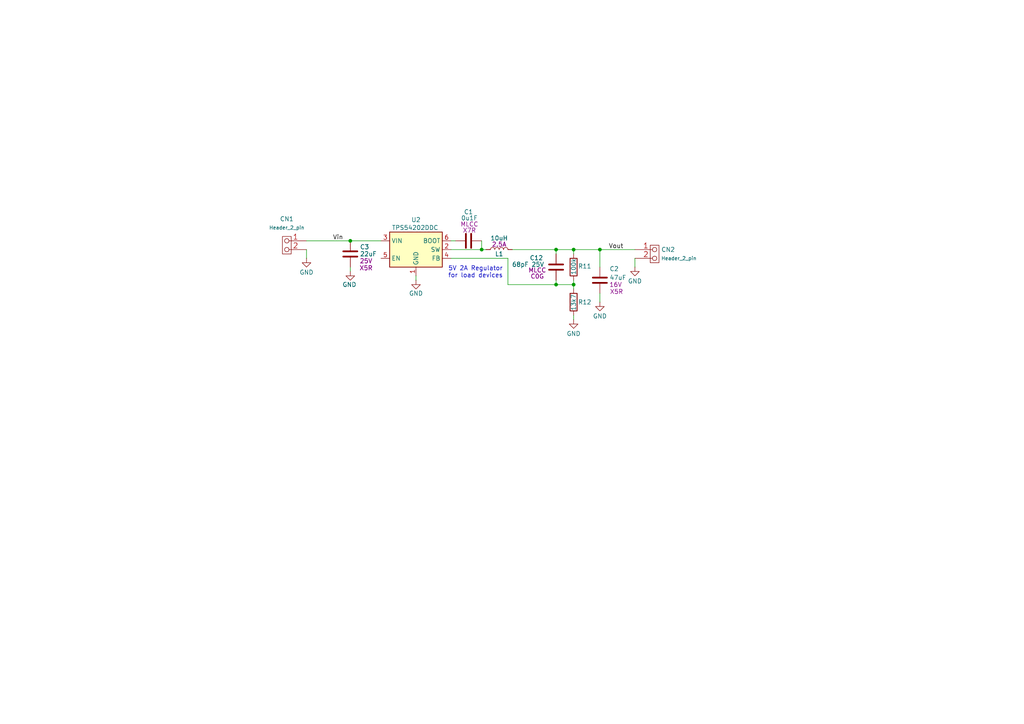
<source format=kicad_sch>
(kicad_sch (version 20250114) (generator "eeschema") (generator_version "9.0")
  (paper "A4")
  (lib_symbols
    (symbol "Device:C" (pin_numbers (hide yes)) (pin_names (offset 0.254))
      (property "Reference" "C" (at 0.635 2.54 0))
      (property "Value" "C" (at 0.635 -2.54 0))
      (symbol "C_0_1"
        (polyline (pts (xy -2.032 0.762) (xy 2.032 0.762)) (stroke (width 0.508)))
        (polyline (pts (xy -2.032 -0.762) (xy 2.032 -0.762)) (stroke (width 0.508)))
      )
      (symbol "C_1_1"
        (pin passive line (at 0 3.81 270) (length 2.794) (name "~") (number "1"))
        (pin passive line (at 0 -3.81 90) (length 2.794) (name "~") (number "2"))
      )
    )
    (symbol "Device:L" (pin_numbers (hide yes)) (pin_names (offset 1.016) (hide yes))
      (property "Reference" "L" (at -1.27 0 90))
      (property "Value" "L" (at 1.905 0 90))
      (symbol "L_0_1"
        (arc (start 0 2.54) (mid 0.6323 1.905) (end 0 1.27))
        (arc (start 0 1.27) (mid 0.6323 0.635) (end 0 0))
        (arc (start 0 0) (mid 0.6323 -0.635) (end 0 -1.27))
        (arc (start 0 -1.27) (mid 0.6323 -1.905) (end 0 -2.54))
      )
      (symbol "L_1_1"
        (pin passive line (at 0 3.81 270) (length 1.27) (name "1") (number "1"))
        (pin passive line (at 0 -3.81 90) (length 1.27) (name "2") (number "2"))
      )
    )
    (symbol "Device:R" (pin_numbers (hide yes)) (pin_names (offset 0))
      (property "Reference" "R" (at 2.032 0 90))
      (property "Value" "R" (at 0 0 90))
      (symbol "R_0_1"
        (rectangle (start -1.016 -2.54) (end 1.016 2.54) (stroke (width 0.254)))
      )
      (symbol "R_1_1"
        (pin passive line (at 0 3.81 270) (length 1.27) (name "~") (number "1"))
        (pin passive line (at 0 -3.81 90) (length 1.27) (name "~") (number "2"))
      )
    )
    (symbol "Regulator_Switching:TPS54202DDC"
      (property "Reference" "U" (at -7.62 6.35 0))
      (property "Value" "TPS54202DDC" (at 0 6.35 0))
      (symbol "TPS54202DDC_0_1"
        (rectangle (start -7.62 5.08) (end 7.62 -5.08) (stroke (width 0.254)) (fill (type background)))
      )
      (symbol "TPS54202DDC_1_1"
        (pin power_in line (at -10.16 2.54 0) (length 2.54) (name "VIN") (number "3"))
        (pin input line (at -10.16 -2.54 0) (length 2.54) (name "EN") (number "5"))
        (pin power_in line (at 0 -7.62 90) (length 2.54) (name "GND") (number "1"))
        (pin passive line (at 10.16 2.54 180) (length 2.54) (name "BOOT") (number "6"))
        (pin power_out line (at 10.16 0 180) (length 2.54) (name "SW") (number "2"))
        (pin input line (at 10.16 -2.54 180) (length 2.54) (name "FB") (number "4"))
      )
    )
    (symbol "TPS54202SwitchingPSU:Header_2_pin" (pin_names (offset 1.016) (hide yes))
      (property "Reference" "K" (at -1.27 0 90))
      (property "Value" "Header_2_pin" (at 1.27 0 90))
      (symbol "Header_2_pin_0_1"
        (polyline (pts (xy -4.445 3.81) (xy -4.445 -1.27) (xy -1.905 -1.27) (xy -1.905 3.81) (xy -4.445 3.81)))
      )
      (symbol "Header_2_pin_1_1"
        (pin passive inverted (at -8.89 2.54 0) (length 6.35) (name "P1") (number "1"))
        (pin passive inverted (at -8.89 0 0) (length 6.35) (name "PM") (number "2"))
      )
    )
    (symbol "power:GND" (power) (pin_numbers (hide yes)) (pin_names (offset 0) (hide yes))
      (property "Value" "GND" (at 0 -3.81 0))
      (symbol "GND_0_1"
        (polyline (pts (xy 0 0) (xy 0 -1.27) (xy 1.27 -1.27) (xy 0 -2.54) (xy -1.27 -1.27) (xy 0 -1.27)))
      )
      (symbol "GND_1_1"
        (pin power_in line (at 0 0 270) (length 0) (name "~") (number "1"))
      )
    )
  )
  (text "5V 2A Regulator\nfor load devices" (at 137.922 78.994 0) (effects (font (size 1.27 1.27))))
  (junction (at 161.29 82.55))
  (junction (at 173.99 72.39))
  (junction (at 161.29 72.39))
  (junction (at 101.6 69.85))
  (junction (at 166.37 82.55))
  (junction (at 166.37 72.39))
  (junction (at 139.7 72.39))
  (wire (pts (xy 161.29 81.28) (xy 161.29 82.55)))
  (wire (pts (xy 147.32 82.55) (xy 161.29 82.55)))
  (wire (pts (xy 166.37 72.39) (xy 161.29 72.39)))
  (wire (pts (xy 166.37 73.66) (xy 166.37 72.39)))
  (wire (pts (xy 166.37 82.55) (xy 166.37 81.28)))
  (wire (pts (xy 140.97 72.39) (xy 139.7 72.39)))
  (wire (pts (xy 120.65 80.01) (xy 120.65 81.28)))
  (wire (pts (xy 161.29 72.39) (xy 161.29 73.66)))
  (wire (pts (xy 161.29 82.55) (xy 166.37 82.55)))
  (wire (pts (xy 173.99 85.09) (xy 173.99 87.63)))
  (wire (pts (xy 147.32 74.93) (xy 130.81 74.93)))
  (wire (pts (xy 101.6 69.85) (xy 110.49 69.85)))
  (wire (pts (xy 139.7 69.85) (xy 139.7 72.39)))
  (wire (pts (xy 130.81 69.85) (xy 132.08 69.85)))
  (wire (pts (xy 147.32 82.55) (xy 147.32 74.93)))
  (wire (pts (xy 166.37 91.44) (xy 166.37 92.71)))
  (wire (pts (xy 88.9 69.85) (xy 101.6 69.85)))
  (wire (pts (xy 161.29 72.39) (xy 148.59 72.39)))
  (wire (pts (xy 166.37 82.55) (xy 166.37 83.82)))
  (wire (pts (xy 101.6 77.47) (xy 101.6 78.74)))
  (wire (pts (xy 173.99 72.39) (xy 173.99 77.47)))
  (wire (pts (xy 173.99 72.39) (xy 184.15 72.39)))
  (wire (pts (xy 166.37 72.39) (xy 173.99 72.39)))
  (wire (pts (xy 184.15 74.93) (xy 184.15 77.47)))
  (wire (pts (xy 130.81 72.39) (xy 139.7 72.39)))
  (wire (pts (xy 88.9 72.39) (xy 88.9 74.93)))
  (label "Vout" (at 176.53 72.39 0))
  (label "Vin" (at 96.52 69.85 0))
  (symbol (lib_id "power:GND") (at 173.99 87.63 0) (unit 1)
    (property "Reference" "#PWR037" (effects (hide yes)))
    (property "Value" "GND" (at 173.99 91.694 0))
    (property "Description" "Power symbol creates a global label with name \"GND\" , ground" (effects (hide yes)))
  )
  (symbol (lib_id "Regulator_Switching:TPS54202DDC") (at 120.65 72.39 0) (unit 1)
    (property "Reference" "U2" (at 120.65 63.754 0))
    (property "Value" "TPS54202DDC" (at 120.396 66.04 0))
    (property "Footprint" "Package_TO_SOT_SMD:SOT-23-6" (effects (hide yes)))
    (property "Datasheet" "http://www.ti.com/lit/ds/symlink/tps54202.pdf" (effects (hide yes)))
    (property "Description" "2A, 4.5 to 28V Input, EMI Friendly integrated switch synchronous step-down regulator, pulse-skipping, SOT-23-6" (effects (hide yes)))
  )
  (symbol (lib_id "Device:R") (at 166.37 77.47 0) (unit 1)
    (property "Reference" "R11" (at 167.64 77.216 0) (effects (justify left)))
    (property "Value" "100k" (at 166.37 79.756 90) (effects (justify left)))
    (property "Footprint" "Resistor_SMD:R_1206_3216Metric_Pad1.30x1.75mm_HandSolder" (effects (hide yes)))
    (property "Description" "Resistor" (effects (hide yes)))
    (property "Manuf" "YAGEO RC1206FR-07100KL" (effects (hide yes)))
    (property "LCSC" "C137393" (effects (hide yes)))
  )
  (symbol (lib_id "power:GND") (at 166.37 92.71 0) (unit 1)
    (property "Reference" "#PWR024" (effects (hide yes)))
    (property "Value" "GND" (at 166.37 96.774 0))
    (property "Description" "Power symbol creates a global label with name \"GND\" , ground" (effects (hide yes)))
  )
  (symbol (lib_id "TPS54202SwitchingPSU:Header_2_pin") (at 80.01 72.39 0) (mirror y) (unit 1)
    (property "Reference" "CN1" (at 83.185 63.5 0))
    (property "Value" "Header_2_pin" (at 83.185 66.04 0) (effects (font (size 1.016 1.016))))
    (property "Footprint" "Connector_PinHeader_2.54mm:PinHeader_1x02_P2.54mm_Vertical" (effects (hide yes)))
  )
  (symbol (lib_id "Device:C") (at 161.29 77.47 180) (unit 1)
    (property "Reference" "C12" (at 155.575 74.803 0))
    (property "Value" "68pF 25V" (at 153.162 76.708 0))
    (property "Footprint" "Capacitor_SMD:C_0201_0603Metric_Pad0.64x0.40mm_HandSolder" (effects (hide yes)))
    (property "Description" "Unpolarized capacitor" (effects (hide yes)))
    (property "Field5" "MLCC" (at 155.829 78.359 0))
    (property "Field6" "C0G" (at 155.829 80.137 0))
    (property "Manuf" "Murata GRM0335C1E680GA01D" (effects (hide yes)))
    (property "LCSC" "C2183472" (effects (hide yes)))
  )
  (symbol (lib_id "Device:C") (at 173.99 81.28 0) (unit 1)
    (property "Reference" "C2" (at 176.784 77.978 0) (effects (justify left)))
    (property "Value" "47uF" (at 176.784 80.518 0) (effects (justify left)))
    (property "Footprint" "Capacitor_SMD:C_1210_3225Metric_Pad1.33x2.70mm_HandSolder" (effects (hide yes)))
    (property "Description" "Unpolarized capacitor" (effects (hide yes)))
    (property "Field5" "16V" (at 178.562 82.55 0))
    (property "Field6" "X5R" (at 178.816 84.582 0))
    (property "Field7" "Murata GRM32ER61C476KE15" (effects (hide yes)))
    (property "LCSC" "C77101" (effects (hide yes)))
  )
  (symbol (lib_id "Device:R") (at 166.37 87.63 0) (unit 1)
    (property "Reference" "R12" (at 167.64 87.63 0) (effects (justify left)))
    (property "Value" "13k7" (at 166.37 90.17 90) (effects (justify left)))
    (property "Footprint" "Resistor_SMD:R_1206_3216Metric_Pad1.30x1.75mm_HandSolder" (effects (hide yes)))
    (property "Description" "Resistor" (effects (hide yes)))
    (property "Part" "YAGEO RC1206FR-0713K7L" (effects (hide yes)))
    (property "LCSC" "C488637" (effects (hide yes)))
  )
  (symbol (lib_id "power:GND") (at 101.6 78.74 0) (unit 1)
    (property "Reference" "#PWR022" (effects (hide yes)))
    (property "Value" "GND" (at 101.346 82.55 0))
    (property "Description" "Power symbol creates a global label with name \"GND\" , ground" (effects (hide yes)))
  )
  (symbol (lib_id "Device:C") (at 101.6 73.66 0) (unit 1)
    (property "Reference" "C3" (at 104.394 71.628 0) (effects (justify left)))
    (property "Value" "22uF" (at 104.394 73.6599 0) (effects (justify left)))
    (property "Footprint" "Capacitor_SMD:C_1206_3216Metric_Pad1.33x1.80mm_HandSolder" (effects (hide yes)))
    (property "Description" "Unpolarized capacitor" (effects (hide yes)))
    (property "Field5" "25V" (at 106.172 75.692 0))
    (property "Field6" "X5R" (at 106.172 77.724 0))
    (property "LCSC" "C12891" (effects (hide yes)))
    (property "Manuf" "Samsung CL31A226KAHNNNE" (effects (hide yes)))
  )
  (symbol (lib_id "Device:C") (at 135.89 69.85 90) (unit 1)
    (property "Reference" "C1" (at 135.89 61.468 90))
    (property "Value" "0u1F" (at 136.144 63.246 90))
    (property "Footprint" "Capacitor_SMD:C_0805_2012Metric_Pad1.18x1.45mm_HandSolder" (effects (hide yes)))
    (property "Description" "Unpolarized capacitor" (effects (hide yes)))
    (property "Field5" "MLCC" (at 136.144 65.024 90))
    (property "Field6" "X7R" (at 136.144 66.802 90))
    (property "Manuf" "Kemet C0805C104M5RACTU" (effects (hide yes)))
    (property "LCSC" "C2167099" (effects (hide yes)))
  )
  (symbol (lib_id "Device:L") (at 144.78 72.39 90) (unit 1)
    (property "Reference" "L1" (at 144.78 73.66 90))
    (property "Value" "10uH" (at 144.78 69.088 90))
    (property "Footprint" "TPS54202SwitchingPSU:Inductor_TDK_VLS6045EX-150M" (effects (hide yes)))
    (property "Description" "Inductor" (effects (hide yes)))
    (property "Manuf" "TDK VLS6045EX-150M" (effects (hide yes)))
    (property "LCSC" "C404502" (effects (hide yes)))
    (property "Current" "2.5A" (at 144.78 70.866 90))
  )
  (symbol (lib_id "power:GND") (at 120.65 81.28 0) (unit 1)
    (property "Reference" "#PWR021" (effects (hide yes)))
    (property "Value" "GND" (at 120.65 85.09 0))
    (property "Description" "Power symbol creates a global label with name \"GND\" , ground" (effects (hide yes)))
  )
  (symbol (lib_id "power:GND") (at 184.15 77.47 0) (unit 1)
    (property "Reference" "#PWR01" (effects (hide yes)))
    (property "Value" "GND" (at 184.15 81.534 0))
    (property "Description" "Power symbol creates a global label with name \"GND\" , ground" (effects (hide yes)))
  )
  (symbol (lib_id "power:GND") (at 88.9 74.93 0) (unit 1)
    (property "Reference" "#PWR02" (effects (hide yes)))
    (property "Value" "GND" (at 88.9 78.994 0))
    (property "Description" "Power symbol creates a global label with name \"GND\" , ground" (effects (hide yes)))
  )
  (symbol (lib_id "TPS54202SwitchingPSU:Header_2_pin") (at 193.04 74.93 0) (unit 1)
    (property "Reference" "CN2" (at 191.77 72.3899 0) (effects (justify left)))
    (property "Value" "Header_2_pin" (at 191.77 74.9299 0) (effects (font (size 1.016 1.016)) (justify left)))
    (property "Footprint" "Connector_PinHeader_2.54mm:PinHeader_1x02_P2.54mm_Vertical" (effects (hide yes)))
  )
)
</source>
